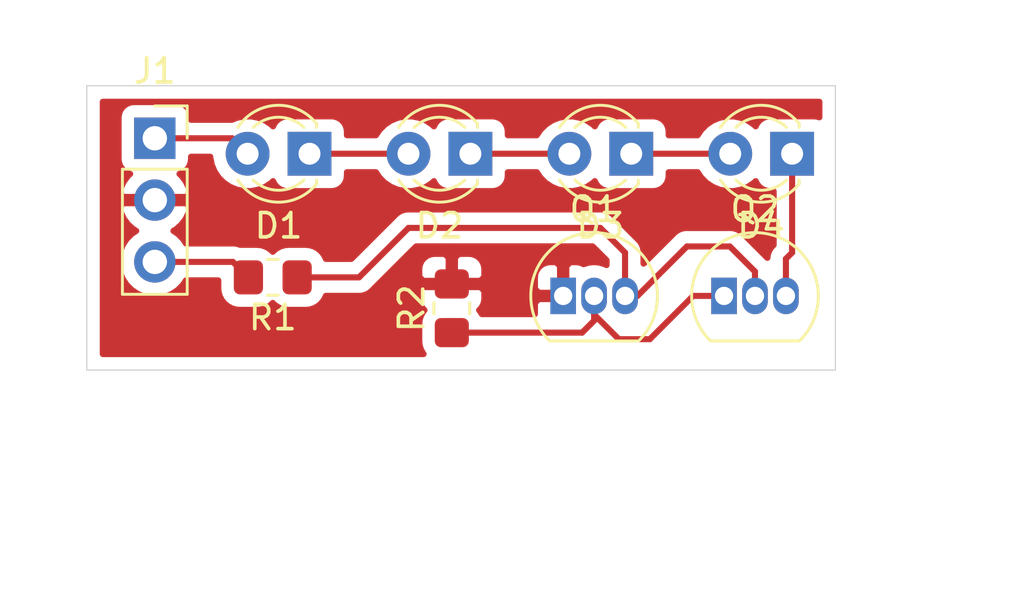
<source format=kicad_pcb>
(kicad_pcb (version 20171130) (host pcbnew 5.1.7-a382d34a8~87~ubuntu18.04.1)

  (general
    (thickness 1.6)
    (drawings 9)
    (tracks 29)
    (zones 0)
    (modules 9)
    (nets 10)
  )

  (page A4)
  (layers
    (0 F.Cu signal)
    (31 B.Cu signal)
    (32 B.Adhes user)
    (33 F.Adhes user)
    (34 B.Paste user)
    (35 F.Paste user)
    (36 B.SilkS user)
    (37 F.SilkS user)
    (38 B.Mask user)
    (39 F.Mask user)
    (40 Dwgs.User user)
    (41 Cmts.User user)
    (42 Eco1.User user)
    (43 Eco2.User user)
    (44 Edge.Cuts user)
    (45 Margin user)
    (46 B.CrtYd user)
    (47 F.CrtYd user)
    (48 B.Fab user)
    (49 F.Fab user)
  )

  (setup
    (last_trace_width 0.25)
    (trace_clearance 0.2)
    (zone_clearance 0.508)
    (zone_45_only no)
    (trace_min 0.2)
    (via_size 0.8)
    (via_drill 0.4)
    (via_min_size 0.4)
    (via_min_drill 0.3)
    (uvia_size 0.3)
    (uvia_drill 0.1)
    (uvias_allowed no)
    (uvia_min_size 0.2)
    (uvia_min_drill 0.1)
    (edge_width 0.05)
    (segment_width 0.2)
    (pcb_text_width 0.3)
    (pcb_text_size 1.5 1.5)
    (mod_edge_width 0.12)
    (mod_text_size 1 1)
    (mod_text_width 0.15)
    (pad_size 1.524 1.524)
    (pad_drill 0.762)
    (pad_to_mask_clearance 0)
    (aux_axis_origin 0 0)
    (visible_elements 7FFFFFFF)
    (pcbplotparams
      (layerselection 0x01000_7fffffff)
      (usegerberextensions false)
      (usegerberattributes true)
      (usegerberadvancedattributes true)
      (creategerberjobfile true)
      (excludeedgelayer false)
      (linewidth 0.100000)
      (plotframeref false)
      (viasonmask false)
      (mode 1)
      (useauxorigin false)
      (hpglpennumber 1)
      (hpglpenspeed 20)
      (hpglpendiameter 15.000000)
      (psnegative false)
      (psa4output false)
      (plotreference true)
      (plotvalue true)
      (plotinvisibletext false)
      (padsonsilk false)
      (subtractmaskfromsilk false)
      (outputformat 4)
      (mirror true)
      (drillshape 0)
      (scaleselection 1)
      (outputdirectory "./pdf/"))
  )

  (net 0 "")
  (net 1 VCC)
  (net 2 GND)
  (net 3 "Net-(J1-Pad3)")
  (net 4 "Net-(Q1-Pad3)")
  (net 5 "Net-(Q1-Pad2)")
  (net 6 "Net-(D1-Pad1)")
  (net 7 "Net-(D2-Pad1)")
  (net 8 "Net-(D3-Pad1)")
  (net 9 "Net-(D4-Pad1)")

  (net_class Default "This is the default net class."
    (clearance 0.2)
    (trace_width 0.25)
    (via_dia 0.8)
    (via_drill 0.4)
    (uvia_dia 0.3)
    (uvia_drill 0.1)
    (add_net GND)
    (add_net "Net-(D1-Pad1)")
    (add_net "Net-(D2-Pad1)")
    (add_net "Net-(D3-Pad1)")
    (add_net "Net-(D4-Pad1)")
    (add_net "Net-(J1-Pad3)")
    (add_net "Net-(Q1-Pad2)")
    (add_net "Net-(Q1-Pad3)")
    (add_net VCC)
  )

  (module LED_THT:LED_D3.0mm (layer F.Cu) (tedit 587A3A7B) (tstamp 5F767C9F)
    (at 24.13 18.288 180)
    (descr "LED, diameter 3.0mm, 2 pins")
    (tags "LED diameter 3.0mm 2 pins")
    (path /5F7635F1)
    (fp_text reference D1 (at 1.27 -2.96) (layer F.SilkS)
      (effects (font (size 1 1) (thickness 0.15)))
    )
    (fp_text value LED (at 1.27 2.96) (layer F.Fab)
      (effects (font (size 1 1) (thickness 0.15)))
    )
    (fp_line (start 3.7 -2.25) (end -1.15 -2.25) (layer F.CrtYd) (width 0.05))
    (fp_line (start 3.7 2.25) (end 3.7 -2.25) (layer F.CrtYd) (width 0.05))
    (fp_line (start -1.15 2.25) (end 3.7 2.25) (layer F.CrtYd) (width 0.05))
    (fp_line (start -1.15 -2.25) (end -1.15 2.25) (layer F.CrtYd) (width 0.05))
    (fp_line (start -0.29 1.08) (end -0.29 1.236) (layer F.SilkS) (width 0.12))
    (fp_line (start -0.29 -1.236) (end -0.29 -1.08) (layer F.SilkS) (width 0.12))
    (fp_line (start -0.23 -1.16619) (end -0.23 1.16619) (layer F.Fab) (width 0.1))
    (fp_circle (center 1.27 0) (end 2.77 0) (layer F.Fab) (width 0.1))
    (fp_arc (start 1.27 0) (end -0.23 -1.16619) (angle 284.3) (layer F.Fab) (width 0.1))
    (fp_arc (start 1.27 0) (end -0.29 -1.235516) (angle 108.8) (layer F.SilkS) (width 0.12))
    (fp_arc (start 1.27 0) (end -0.29 1.235516) (angle -108.8) (layer F.SilkS) (width 0.12))
    (fp_arc (start 1.27 0) (end 0.229039 -1.08) (angle 87.9) (layer F.SilkS) (width 0.12))
    (fp_arc (start 1.27 0) (end 0.229039 1.08) (angle -87.9) (layer F.SilkS) (width 0.12))
    (pad 1 thru_hole rect (at 0 0 180) (size 1.8 1.8) (drill 0.9) (layers *.Cu *.Mask)
      (net 6 "Net-(D1-Pad1)"))
    (pad 2 thru_hole circle (at 2.54 0 180) (size 1.8 1.8) (drill 0.9) (layers *.Cu *.Mask)
      (net 1 VCC))
    (model ${KISYS3DMOD}/LED_THT.3dshapes/LED_D3.0mm.wrl
      (at (xyz 0 0 0))
      (scale (xyz 1 1 1))
      (rotate (xyz 0 0 0))
    )
  )

  (module LED_THT:LED_D3.0mm (layer F.Cu) (tedit 587A3A7B) (tstamp 5F76844A)
    (at 30.734 18.288 180)
    (descr "LED, diameter 3.0mm, 2 pins")
    (tags "LED diameter 3.0mm 2 pins")
    (path /5F76433D)
    (fp_text reference D2 (at 1.27 -2.96) (layer F.SilkS)
      (effects (font (size 1 1) (thickness 0.15)))
    )
    (fp_text value LED (at 1.27 2.96) (layer F.Fab)
      (effects (font (size 1 1) (thickness 0.15)))
    )
    (fp_circle (center 1.27 0) (end 2.77 0) (layer F.Fab) (width 0.1))
    (fp_line (start -0.23 -1.16619) (end -0.23 1.16619) (layer F.Fab) (width 0.1))
    (fp_line (start -0.29 -1.236) (end -0.29 -1.08) (layer F.SilkS) (width 0.12))
    (fp_line (start -0.29 1.08) (end -0.29 1.236) (layer F.SilkS) (width 0.12))
    (fp_line (start -1.15 -2.25) (end -1.15 2.25) (layer F.CrtYd) (width 0.05))
    (fp_line (start -1.15 2.25) (end 3.7 2.25) (layer F.CrtYd) (width 0.05))
    (fp_line (start 3.7 2.25) (end 3.7 -2.25) (layer F.CrtYd) (width 0.05))
    (fp_line (start 3.7 -2.25) (end -1.15 -2.25) (layer F.CrtYd) (width 0.05))
    (fp_arc (start 1.27 0) (end 0.229039 1.08) (angle -87.9) (layer F.SilkS) (width 0.12))
    (fp_arc (start 1.27 0) (end 0.229039 -1.08) (angle 87.9) (layer F.SilkS) (width 0.12))
    (fp_arc (start 1.27 0) (end -0.29 1.235516) (angle -108.8) (layer F.SilkS) (width 0.12))
    (fp_arc (start 1.27 0) (end -0.29 -1.235516) (angle 108.8) (layer F.SilkS) (width 0.12))
    (fp_arc (start 1.27 0) (end -0.23 -1.16619) (angle 284.3) (layer F.Fab) (width 0.1))
    (pad 2 thru_hole circle (at 2.54 0 180) (size 1.8 1.8) (drill 0.9) (layers *.Cu *.Mask)
      (net 6 "Net-(D1-Pad1)"))
    (pad 1 thru_hole rect (at 0 0 180) (size 1.8 1.8) (drill 0.9) (layers *.Cu *.Mask)
      (net 7 "Net-(D2-Pad1)"))
    (model ${KISYS3DMOD}/LED_THT.3dshapes/LED_D3.0mm.wrl
      (at (xyz 0 0 0))
      (scale (xyz 1 1 1))
      (rotate (xyz 0 0 0))
    )
  )

  (module LED_THT:LED_D3.0mm (layer F.Cu) (tedit 587A3A7B) (tstamp 5F767CC5)
    (at 37.338 18.288 180)
    (descr "LED, diameter 3.0mm, 2 pins")
    (tags "LED diameter 3.0mm 2 pins")
    (path /5F7648BE)
    (fp_text reference D3 (at 1.27 -2.96) (layer F.SilkS)
      (effects (font (size 1 1) (thickness 0.15)))
    )
    (fp_text value LED (at 1.27 2.96) (layer F.Fab)
      (effects (font (size 1 1) (thickness 0.15)))
    )
    (fp_line (start 3.7 -2.25) (end -1.15 -2.25) (layer F.CrtYd) (width 0.05))
    (fp_line (start 3.7 2.25) (end 3.7 -2.25) (layer F.CrtYd) (width 0.05))
    (fp_line (start -1.15 2.25) (end 3.7 2.25) (layer F.CrtYd) (width 0.05))
    (fp_line (start -1.15 -2.25) (end -1.15 2.25) (layer F.CrtYd) (width 0.05))
    (fp_line (start -0.29 1.08) (end -0.29 1.236) (layer F.SilkS) (width 0.12))
    (fp_line (start -0.29 -1.236) (end -0.29 -1.08) (layer F.SilkS) (width 0.12))
    (fp_line (start -0.23 -1.16619) (end -0.23 1.16619) (layer F.Fab) (width 0.1))
    (fp_circle (center 1.27 0) (end 2.77 0) (layer F.Fab) (width 0.1))
    (fp_arc (start 1.27 0) (end -0.23 -1.16619) (angle 284.3) (layer F.Fab) (width 0.1))
    (fp_arc (start 1.27 0) (end -0.29 -1.235516) (angle 108.8) (layer F.SilkS) (width 0.12))
    (fp_arc (start 1.27 0) (end -0.29 1.235516) (angle -108.8) (layer F.SilkS) (width 0.12))
    (fp_arc (start 1.27 0) (end 0.229039 -1.08) (angle 87.9) (layer F.SilkS) (width 0.12))
    (fp_arc (start 1.27 0) (end 0.229039 1.08) (angle -87.9) (layer F.SilkS) (width 0.12))
    (pad 1 thru_hole rect (at 0 0 180) (size 1.8 1.8) (drill 0.9) (layers *.Cu *.Mask)
      (net 8 "Net-(D3-Pad1)"))
    (pad 2 thru_hole circle (at 2.54 0 180) (size 1.8 1.8) (drill 0.9) (layers *.Cu *.Mask)
      (net 7 "Net-(D2-Pad1)"))
    (model ${KISYS3DMOD}/LED_THT.3dshapes/LED_D3.0mm.wrl
      (at (xyz 0 0 0))
      (scale (xyz 1 1 1))
      (rotate (xyz 0 0 0))
    )
  )

  (module LED_THT:LED_D3.0mm (layer F.Cu) (tedit 587A3A7B) (tstamp 5F767CD8)
    (at 43.942 18.288 180)
    (descr "LED, diameter 3.0mm, 2 pins")
    (tags "LED diameter 3.0mm 2 pins")
    (path /5F764DB8)
    (fp_text reference D4 (at 1.27 -2.96) (layer F.SilkS)
      (effects (font (size 1 1) (thickness 0.15)))
    )
    (fp_text value LED (at 1.27 2.96) (layer F.Fab)
      (effects (font (size 1 1) (thickness 0.15)))
    )
    (fp_circle (center 1.27 0) (end 2.77 0) (layer F.Fab) (width 0.1))
    (fp_line (start -0.23 -1.16619) (end -0.23 1.16619) (layer F.Fab) (width 0.1))
    (fp_line (start -0.29 -1.236) (end -0.29 -1.08) (layer F.SilkS) (width 0.12))
    (fp_line (start -0.29 1.08) (end -0.29 1.236) (layer F.SilkS) (width 0.12))
    (fp_line (start -1.15 -2.25) (end -1.15 2.25) (layer F.CrtYd) (width 0.05))
    (fp_line (start -1.15 2.25) (end 3.7 2.25) (layer F.CrtYd) (width 0.05))
    (fp_line (start 3.7 2.25) (end 3.7 -2.25) (layer F.CrtYd) (width 0.05))
    (fp_line (start 3.7 -2.25) (end -1.15 -2.25) (layer F.CrtYd) (width 0.05))
    (fp_arc (start 1.27 0) (end 0.229039 1.08) (angle -87.9) (layer F.SilkS) (width 0.12))
    (fp_arc (start 1.27 0) (end 0.229039 -1.08) (angle 87.9) (layer F.SilkS) (width 0.12))
    (fp_arc (start 1.27 0) (end -0.29 1.235516) (angle -108.8) (layer F.SilkS) (width 0.12))
    (fp_arc (start 1.27 0) (end -0.29 -1.235516) (angle 108.8) (layer F.SilkS) (width 0.12))
    (fp_arc (start 1.27 0) (end -0.23 -1.16619) (angle 284.3) (layer F.Fab) (width 0.1))
    (pad 2 thru_hole circle (at 2.54 0 180) (size 1.8 1.8) (drill 0.9) (layers *.Cu *.Mask)
      (net 8 "Net-(D3-Pad1)"))
    (pad 1 thru_hole rect (at 0 0 180) (size 1.8 1.8) (drill 0.9) (layers *.Cu *.Mask)
      (net 9 "Net-(D4-Pad1)"))
    (model ${KISYS3DMOD}/LED_THT.3dshapes/LED_D3.0mm.wrl
      (at (xyz 0 0 0))
      (scale (xyz 1 1 1))
      (rotate (xyz 0 0 0))
    )
  )

  (module Connector_PinSocket_2.54mm:PinSocket_1x03_P2.54mm_Vertical (layer F.Cu) (tedit 5A19A429) (tstamp 5F767CEF)
    (at 17.78 17.653)
    (descr "Through hole straight socket strip, 1x03, 2.54mm pitch, single row (from Kicad 4.0.7), script generated")
    (tags "Through hole socket strip THT 1x03 2.54mm single row")
    (path /5F761CAA)
    (fp_text reference J1 (at 0 -2.77) (layer F.SilkS)
      (effects (font (size 1 1) (thickness 0.15)))
    )
    (fp_text value Conn_01x03 (at 0 7.85) (layer F.Fab)
      (effects (font (size 1 1) (thickness 0.15)))
    )
    (fp_line (start -1.8 6.85) (end -1.8 -1.8) (layer F.CrtYd) (width 0.05))
    (fp_line (start 1.75 6.85) (end -1.8 6.85) (layer F.CrtYd) (width 0.05))
    (fp_line (start 1.75 -1.8) (end 1.75 6.85) (layer F.CrtYd) (width 0.05))
    (fp_line (start -1.8 -1.8) (end 1.75 -1.8) (layer F.CrtYd) (width 0.05))
    (fp_line (start 0 -1.33) (end 1.33 -1.33) (layer F.SilkS) (width 0.12))
    (fp_line (start 1.33 -1.33) (end 1.33 0) (layer F.SilkS) (width 0.12))
    (fp_line (start 1.33 1.27) (end 1.33 6.41) (layer F.SilkS) (width 0.12))
    (fp_line (start -1.33 6.41) (end 1.33 6.41) (layer F.SilkS) (width 0.12))
    (fp_line (start -1.33 1.27) (end -1.33 6.41) (layer F.SilkS) (width 0.12))
    (fp_line (start -1.33 1.27) (end 1.33 1.27) (layer F.SilkS) (width 0.12))
    (fp_line (start -1.27 6.35) (end -1.27 -1.27) (layer F.Fab) (width 0.1))
    (fp_line (start 1.27 6.35) (end -1.27 6.35) (layer F.Fab) (width 0.1))
    (fp_line (start 1.27 -0.635) (end 1.27 6.35) (layer F.Fab) (width 0.1))
    (fp_line (start 0.635 -1.27) (end 1.27 -0.635) (layer F.Fab) (width 0.1))
    (fp_line (start -1.27 -1.27) (end 0.635 -1.27) (layer F.Fab) (width 0.1))
    (fp_text user %R (at 0 2.54 90) (layer F.Fab)
      (effects (font (size 1 1) (thickness 0.15)))
    )
    (pad 1 thru_hole rect (at 0 0) (size 1.7 1.7) (drill 1) (layers *.Cu *.Mask)
      (net 1 VCC))
    (pad 2 thru_hole oval (at 0 2.54) (size 1.7 1.7) (drill 1) (layers *.Cu *.Mask)
      (net 2 GND))
    (pad 3 thru_hole oval (at 0 5.08) (size 1.7 1.7) (drill 1) (layers *.Cu *.Mask)
      (net 3 "Net-(J1-Pad3)"))
    (model ${KISYS3DMOD}/Connector_PinSocket_2.54mm.3dshapes/PinSocket_1x03_P2.54mm_Vertical.wrl
      (at (xyz 0 0 0))
      (scale (xyz 1 1 1))
      (rotate (xyz 0 0 0))
    )
  )

  (module Package_TO_SOT_THT:TO-92_Inline (layer F.Cu) (tedit 5A1DD157) (tstamp 5F794D3C)
    (at 34.544 24.13)
    (descr "TO-92 leads in-line, narrow, oval pads, drill 0.75mm (see NXP sot054_po.pdf)")
    (tags "to-92 sc-43 sc-43a sot54 PA33 transistor")
    (path /5F766A6B)
    (fp_text reference Q1 (at 1.27 -3.56) (layer F.SilkS)
      (effects (font (size 1 1) (thickness 0.15)))
    )
    (fp_text value 2N3904 (at 1.27 2.79) (layer F.Fab)
      (effects (font (size 1 1) (thickness 0.15)))
    )
    (fp_line (start -0.53 1.85) (end 3.07 1.85) (layer F.SilkS) (width 0.12))
    (fp_line (start -0.5 1.75) (end 3 1.75) (layer F.Fab) (width 0.1))
    (fp_line (start -1.46 -2.73) (end 4 -2.73) (layer F.CrtYd) (width 0.05))
    (fp_line (start -1.46 -2.73) (end -1.46 2.01) (layer F.CrtYd) (width 0.05))
    (fp_line (start 4 2.01) (end 4 -2.73) (layer F.CrtYd) (width 0.05))
    (fp_line (start 4 2.01) (end -1.46 2.01) (layer F.CrtYd) (width 0.05))
    (fp_arc (start 1.27 0) (end 1.27 -2.6) (angle 135) (layer F.SilkS) (width 0.12))
    (fp_arc (start 1.27 0) (end 1.27 -2.48) (angle -135) (layer F.Fab) (width 0.1))
    (fp_arc (start 1.27 0) (end 1.27 -2.6) (angle -135) (layer F.SilkS) (width 0.12))
    (fp_arc (start 1.27 0) (end 1.27 -2.48) (angle 135) (layer F.Fab) (width 0.1))
    (fp_text user %R (at 1.27 0) (layer F.Fab)
      (effects (font (size 1 1) (thickness 0.15)))
    )
    (pad 1 thru_hole rect (at 0 0) (size 1.05 1.5) (drill 0.75) (layers *.Cu *.Mask)
      (net 2 GND))
    (pad 3 thru_hole oval (at 2.54 0) (size 1.05 1.5) (drill 0.75) (layers *.Cu *.Mask)
      (net 4 "Net-(Q1-Pad3)"))
    (pad 2 thru_hole oval (at 1.27 0) (size 1.05 1.5) (drill 0.75) (layers *.Cu *.Mask)
      (net 5 "Net-(Q1-Pad2)"))
    (model ${KISYS3DMOD}/Package_TO_SOT_THT.3dshapes/TO-92_Inline.wrl
      (at (xyz 0 0 0))
      (scale (xyz 1 1 1))
      (rotate (xyz 0 0 0))
    )
  )

  (module Package_TO_SOT_THT:TO-92_Inline (layer F.Cu) (tedit 5A1DD157) (tstamp 5F767D13)
    (at 41.148 24.13)
    (descr "TO-92 leads in-line, narrow, oval pads, drill 0.75mm (see NXP sot054_po.pdf)")
    (tags "to-92 sc-43 sc-43a sot54 PA33 transistor")
    (path /5F7654EB)
    (fp_text reference Q2 (at 1.27 -3.56) (layer F.SilkS)
      (effects (font (size 1 1) (thickness 0.15)))
    )
    (fp_text value 2N3904 (at 1.27 2.79) (layer F.Fab)
      (effects (font (size 1 1) (thickness 0.15)))
    )
    (fp_line (start 4 2.01) (end -1.46 2.01) (layer F.CrtYd) (width 0.05))
    (fp_line (start 4 2.01) (end 4 -2.73) (layer F.CrtYd) (width 0.05))
    (fp_line (start -1.46 -2.73) (end -1.46 2.01) (layer F.CrtYd) (width 0.05))
    (fp_line (start -1.46 -2.73) (end 4 -2.73) (layer F.CrtYd) (width 0.05))
    (fp_line (start -0.5 1.75) (end 3 1.75) (layer F.Fab) (width 0.1))
    (fp_line (start -0.53 1.85) (end 3.07 1.85) (layer F.SilkS) (width 0.12))
    (fp_text user %R (at 1.27 0) (layer F.Fab)
      (effects (font (size 1 1) (thickness 0.15)))
    )
    (fp_arc (start 1.27 0) (end 1.27 -2.48) (angle 135) (layer F.Fab) (width 0.1))
    (fp_arc (start 1.27 0) (end 1.27 -2.6) (angle -135) (layer F.SilkS) (width 0.12))
    (fp_arc (start 1.27 0) (end 1.27 -2.48) (angle -135) (layer F.Fab) (width 0.1))
    (fp_arc (start 1.27 0) (end 1.27 -2.6) (angle 135) (layer F.SilkS) (width 0.12))
    (pad 2 thru_hole oval (at 1.27 0) (size 1.05 1.5) (drill 0.75) (layers *.Cu *.Mask)
      (net 4 "Net-(Q1-Pad3)"))
    (pad 3 thru_hole oval (at 2.54 0) (size 1.05 1.5) (drill 0.75) (layers *.Cu *.Mask)
      (net 9 "Net-(D4-Pad1)"))
    (pad 1 thru_hole rect (at 0 0) (size 1.05 1.5) (drill 0.75) (layers *.Cu *.Mask)
      (net 5 "Net-(Q1-Pad2)"))
    (model ${KISYS3DMOD}/Package_TO_SOT_THT.3dshapes/TO-92_Inline.wrl
      (at (xyz 0 0 0))
      (scale (xyz 1 1 1))
      (rotate (xyz 0 0 0))
    )
  )

  (module Resistor_SMD:R_0805_2012Metric_Pad1.20x1.40mm_HandSolder (layer F.Cu) (tedit 5F68FEEE) (tstamp 5F768BDD)
    (at 22.622 23.368 180)
    (descr "Resistor SMD 0805 (2012 Metric), square (rectangular) end terminal, IPC_7351 nominal with elongated pad for handsoldering. (Body size source: IPC-SM-782 page 72, https://www.pcb-3d.com/wordpress/wp-content/uploads/ipc-sm-782a_amendment_1_and_2.pdf), generated with kicad-footprint-generator")
    (tags "resistor handsolder")
    (path /5F76800C)
    (attr smd)
    (fp_text reference R1 (at 0 -1.65) (layer F.SilkS)
      (effects (font (size 1 1) (thickness 0.15)))
    )
    (fp_text value R (at 0 1.65) (layer F.Fab)
      (effects (font (size 1 1) (thickness 0.15)))
    )
    (fp_line (start -1 0.625) (end -1 -0.625) (layer F.Fab) (width 0.1))
    (fp_line (start -1 -0.625) (end 1 -0.625) (layer F.Fab) (width 0.1))
    (fp_line (start 1 -0.625) (end 1 0.625) (layer F.Fab) (width 0.1))
    (fp_line (start 1 0.625) (end -1 0.625) (layer F.Fab) (width 0.1))
    (fp_line (start -0.227064 -0.735) (end 0.227064 -0.735) (layer F.SilkS) (width 0.12))
    (fp_line (start -0.227064 0.735) (end 0.227064 0.735) (layer F.SilkS) (width 0.12))
    (fp_line (start -1.85 0.95) (end -1.85 -0.95) (layer F.CrtYd) (width 0.05))
    (fp_line (start -1.85 -0.95) (end 1.85 -0.95) (layer F.CrtYd) (width 0.05))
    (fp_line (start 1.85 -0.95) (end 1.85 0.95) (layer F.CrtYd) (width 0.05))
    (fp_line (start 1.85 0.95) (end -1.85 0.95) (layer F.CrtYd) (width 0.05))
    (fp_text user %R (at 0 0) (layer F.Fab)
      (effects (font (size 0.5 0.5) (thickness 0.08)))
    )
    (pad 2 smd roundrect (at 1 0 180) (size 1.2 1.4) (layers F.Cu F.Paste F.Mask) (roundrect_rratio 0.2083325)
      (net 3 "Net-(J1-Pad3)"))
    (pad 1 smd roundrect (at -1 0 180) (size 1.2 1.4) (layers F.Cu F.Paste F.Mask) (roundrect_rratio 0.2083325)
      (net 4 "Net-(Q1-Pad3)"))
    (model ${KISYS3DMOD}/Resistor_SMD.3dshapes/R_0805_2012Metric.wrl
      (at (xyz 0 0 0))
      (scale (xyz 1 1 1))
      (rotate (xyz 0 0 0))
    )
  )

  (module Resistor_SMD:R_0805_2012Metric_Pad1.20x1.40mm_HandSolder (layer F.Cu) (tedit 5F68FEEE) (tstamp 5F768BED)
    (at 29.972 24.638 90)
    (descr "Resistor SMD 0805 (2012 Metric), square (rectangular) end terminal, IPC_7351 nominal with elongated pad for handsoldering. (Body size source: IPC-SM-782 page 72, https://www.pcb-3d.com/wordpress/wp-content/uploads/ipc-sm-782a_amendment_1_and_2.pdf), generated with kicad-footprint-generator")
    (tags "resistor handsolder")
    (path /5F7675C9)
    (attr smd)
    (fp_text reference R2 (at 0 -1.65 90) (layer F.SilkS)
      (effects (font (size 1 1) (thickness 0.15)))
    )
    (fp_text value R (at 0 1.65 90) (layer F.Fab)
      (effects (font (size 1 1) (thickness 0.15)))
    )
    (fp_line (start 1.85 0.95) (end -1.85 0.95) (layer F.CrtYd) (width 0.05))
    (fp_line (start 1.85 -0.95) (end 1.85 0.95) (layer F.CrtYd) (width 0.05))
    (fp_line (start -1.85 -0.95) (end 1.85 -0.95) (layer F.CrtYd) (width 0.05))
    (fp_line (start -1.85 0.95) (end -1.85 -0.95) (layer F.CrtYd) (width 0.05))
    (fp_line (start -0.227064 0.735) (end 0.227064 0.735) (layer F.SilkS) (width 0.12))
    (fp_line (start -0.227064 -0.735) (end 0.227064 -0.735) (layer F.SilkS) (width 0.12))
    (fp_line (start 1 0.625) (end -1 0.625) (layer F.Fab) (width 0.1))
    (fp_line (start 1 -0.625) (end 1 0.625) (layer F.Fab) (width 0.1))
    (fp_line (start -1 -0.625) (end 1 -0.625) (layer F.Fab) (width 0.1))
    (fp_line (start -1 0.625) (end -1 -0.625) (layer F.Fab) (width 0.1))
    (fp_text user %R (at 0 0 90) (layer F.Fab)
      (effects (font (size 0.5 0.5) (thickness 0.08)))
    )
    (pad 1 smd roundrect (at -1 0 90) (size 1.2 1.4) (layers F.Cu F.Paste F.Mask) (roundrect_rratio 0.2083325)
      (net 5 "Net-(Q1-Pad2)"))
    (pad 2 smd roundrect (at 1 0 90) (size 1.2 1.4) (layers F.Cu F.Paste F.Mask) (roundrect_rratio 0.2083325)
      (net 2 GND))
    (model ${KISYS3DMOD}/Resistor_SMD.3dshapes/R_0805_2012Metric.wrl
      (at (xyz 0 0 0))
      (scale (xyz 1 1 1))
      (rotate (xyz 0 0 0))
    )
  )

  (dimension 11.684 (width 0.15) (layer Dwgs.User)
    (gr_text "11.684 mm" (at 52.1 21.336 270) (layer Dwgs.User) (tstamp 5F7955A7)
      (effects (font (size 1 1) (thickness 0.15)))
    )
    (feature1 (pts (xy 45.72 27.178) (xy 51.386421 27.178)))
    (feature2 (pts (xy 45.72 15.494) (xy 51.386421 15.494)))
    (crossbar (pts (xy 50.8 15.494) (xy 50.8 27.178)))
    (arrow1a (pts (xy 50.8 27.178) (xy 50.213579 26.051496)))
    (arrow1b (pts (xy 50.8 27.178) (xy 51.386421 26.051496)))
    (arrow2a (pts (xy 50.8 15.494) (xy 50.213579 16.620504)))
    (arrow2b (pts (xy 50.8 15.494) (xy 51.386421 16.620504)))
  )
  (dimension 30.734 (width 0.15) (layer Dwgs.User)
    (gr_text "30.734 mm" (at 30.353 12.67) (layer Dwgs.User) (tstamp 5F795352)
      (effects (font (size 1 1) (thickness 0.15)))
    )
    (feature1 (pts (xy 45.72 18.034) (xy 45.72 13.383579)))
    (feature2 (pts (xy 14.986 18.034) (xy 14.986 13.383579)))
    (crossbar (pts (xy 14.986 13.97) (xy 45.72 13.97)))
    (arrow1a (pts (xy 45.72 13.97) (xy 44.593496 14.556421)))
    (arrow1b (pts (xy 45.72 13.97) (xy 44.593496 13.383579)))
    (arrow2a (pts (xy 14.986 13.97) (xy 16.112504 14.556421)))
    (arrow2b (pts (xy 14.986 13.97) (xy 16.112504 13.383579)))
  )
  (dimension 0.508 (width 0.15) (layer Dwgs.User)
    (gr_text "0.508 mm" (at 15.24 36.86) (layer Dwgs.User)
      (effects (font (size 1 1) (thickness 0.15)))
    )
    (feature1 (pts (xy 15.494 15.748) (xy 15.494 36.146421)))
    (feature2 (pts (xy 14.986 15.748) (xy 14.986 36.146421)))
    (crossbar (pts (xy 14.986 35.56) (xy 15.494 35.56)))
    (arrow1a (pts (xy 15.494 35.56) (xy 14.367496 36.146421)))
    (arrow1b (pts (xy 15.494 35.56) (xy 14.367496 34.973579)))
    (arrow2a (pts (xy 14.986 35.56) (xy 16.112504 36.146421)))
    (arrow2b (pts (xy 14.986 35.56) (xy 16.112504 34.973579)))
  )
  (gr_line (start 14.986 15.494) (end 15.24 15.494) (layer Edge.Cuts) (width 0.05) (tstamp 5F768DCC))
  (gr_line (start 14.986 27.178) (end 14.986 15.494) (layer Edge.Cuts) (width 0.05))
  (gr_line (start 45.72 27.178) (end 14.986 27.178) (layer Edge.Cuts) (width 0.05))
  (gr_line (start 45.72 15.494) (end 45.72 27.178) (layer Edge.Cuts) (width 0.05))
  (gr_line (start 45.212 15.494) (end 45.72 15.494) (layer Edge.Cuts) (width 0.05))
  (gr_line (start 15.24 15.494) (end 45.212 15.494) (layer Edge.Cuts) (width 0.05))

  (segment (start 20.955 17.653) (end 21.59 18.288) (width 0.25) (layer F.Cu) (net 1))
  (segment (start 17.78 17.653) (end 20.955 17.653) (width 0.25) (layer F.Cu) (net 1))
  (segment (start 20.987 22.733) (end 21.622 23.368) (width 0.25) (layer F.Cu) (net 3))
  (segment (start 17.78 22.733) (end 20.987 22.733) (width 0.25) (layer F.Cu) (net 3))
  (segment (start 37.084 24.13) (end 37.592 24.13) (width 0.25) (layer F.Cu) (net 4))
  (segment (start 37.592 24.13) (end 39.624 22.098) (width 0.25) (layer F.Cu) (net 4))
  (segment (start 42.418 23.13) (end 42.418 24.13) (width 0.25) (layer F.Cu) (net 4))
  (segment (start 41.386 22.098) (end 42.418 23.13) (width 0.25) (layer F.Cu) (net 4))
  (segment (start 39.624 22.098) (end 41.386 22.098) (width 0.25) (layer F.Cu) (net 4))
  (segment (start 23.622 23.368) (end 26.162 23.368) (width 0.25) (layer F.Cu) (net 4))
  (segment (start 26.162 23.368) (end 28.194 21.336) (width 0.25) (layer F.Cu) (net 4))
  (segment (start 28.194 21.336) (end 36.068 21.336) (width 0.25) (layer F.Cu) (net 4))
  (segment (start 37.084 22.352) (end 37.084 24.13) (width 0.25) (layer F.Cu) (net 4))
  (segment (start 36.068 21.336) (end 37.084 22.352) (width 0.25) (layer F.Cu) (net 4))
  (segment (start 29.972 25.638) (end 35.322 25.638) (width 0.25) (layer F.Cu) (net 5))
  (segment (start 35.322 25.638) (end 35.814 25.146) (width 0.25) (layer F.Cu) (net 5))
  (segment (start 41.148 24.13) (end 39.878 24.13) (width 0.25) (layer F.Cu) (net 5))
  (segment (start 39.878 24.13) (end 38.1 25.908) (width 0.25) (layer F.Cu) (net 5))
  (segment (start 36.83 25.908) (end 35.814 24.892) (width 0.25) (layer F.Cu) (net 5))
  (segment (start 38.1 25.908) (end 36.83 25.908) (width 0.25) (layer F.Cu) (net 5))
  (segment (start 35.814 25.146) (end 35.814 24.892) (width 0.25) (layer F.Cu) (net 5))
  (segment (start 35.814 24.892) (end 35.814 24.13) (width 0.25) (layer F.Cu) (net 5))
  (segment (start 24.13 18.288) (end 28.194 18.288) (width 0.25) (layer F.Cu) (net 6))
  (segment (start 30.734 18.288) (end 34.798 18.288) (width 0.25) (layer F.Cu) (net 7))
  (segment (start 37.338 18.288) (end 41.402 18.288) (width 0.25) (layer F.Cu) (net 8))
  (segment (start 43.942 23.876) (end 43.688 24.13) (width 0.25) (layer F.Cu) (net 9))
  (segment (start 43.688 22.606) (end 43.688 24.13) (width 0.25) (layer F.Cu) (net 9))
  (segment (start 43.942 18.288) (end 43.942 22.352) (width 0.25) (layer F.Cu) (net 9))
  (segment (start 43.942 22.352) (end 43.688 22.606) (width 0.25) (layer F.Cu) (net 9))

  (zone (net 2) (net_name GND) (layer F.Cu) (tstamp 5F79581B) (hatch edge 0.508)
    (connect_pads (clearance 0.508))
    (min_thickness 0.254)
    (fill yes (arc_segments 32) (thermal_gap 0.508) (thermal_bridge_width 0.508))
    (polygon
      (pts
        (xy 46.99 29.972) (xy 13.716 29.718) (xy 13.716 14.478) (xy 46.99 14.478)
      )
    )
    (filled_polygon
      (pts
        (xy 45.06 16.790556) (xy 44.966482 16.762188) (xy 44.842 16.749928) (xy 43.042 16.749928) (xy 42.917518 16.762188)
        (xy 42.79782 16.798498) (xy 42.687506 16.857463) (xy 42.590815 16.936815) (xy 42.511463 17.033506) (xy 42.452498 17.14382)
        (xy 42.446944 17.162127) (xy 42.380505 17.095688) (xy 42.129095 16.927701) (xy 41.849743 16.811989) (xy 41.553184 16.753)
        (xy 41.250816 16.753) (xy 40.954257 16.811989) (xy 40.674905 16.927701) (xy 40.423495 17.095688) (xy 40.209688 17.309495)
        (xy 40.063687 17.528) (xy 38.876072 17.528) (xy 38.876072 17.388) (xy 38.863812 17.263518) (xy 38.827502 17.14382)
        (xy 38.768537 17.033506) (xy 38.689185 16.936815) (xy 38.592494 16.857463) (xy 38.48218 16.798498) (xy 38.362482 16.762188)
        (xy 38.238 16.749928) (xy 36.438 16.749928) (xy 36.313518 16.762188) (xy 36.19382 16.798498) (xy 36.083506 16.857463)
        (xy 35.986815 16.936815) (xy 35.907463 17.033506) (xy 35.848498 17.14382) (xy 35.842944 17.162127) (xy 35.776505 17.095688)
        (xy 35.525095 16.927701) (xy 35.245743 16.811989) (xy 34.949184 16.753) (xy 34.646816 16.753) (xy 34.350257 16.811989)
        (xy 34.070905 16.927701) (xy 33.819495 17.095688) (xy 33.605688 17.309495) (xy 33.459687 17.528) (xy 32.272072 17.528)
        (xy 32.272072 17.388) (xy 32.259812 17.263518) (xy 32.223502 17.14382) (xy 32.164537 17.033506) (xy 32.085185 16.936815)
        (xy 31.988494 16.857463) (xy 31.87818 16.798498) (xy 31.758482 16.762188) (xy 31.634 16.749928) (xy 29.834 16.749928)
        (xy 29.709518 16.762188) (xy 29.58982 16.798498) (xy 29.479506 16.857463) (xy 29.382815 16.936815) (xy 29.303463 17.033506)
        (xy 29.244498 17.14382) (xy 29.238944 17.162127) (xy 29.172505 17.095688) (xy 28.921095 16.927701) (xy 28.641743 16.811989)
        (xy 28.345184 16.753) (xy 28.042816 16.753) (xy 27.746257 16.811989) (xy 27.466905 16.927701) (xy 27.215495 17.095688)
        (xy 27.001688 17.309495) (xy 26.855687 17.528) (xy 25.668072 17.528) (xy 25.668072 17.388) (xy 25.655812 17.263518)
        (xy 25.619502 17.14382) (xy 25.560537 17.033506) (xy 25.481185 16.936815) (xy 25.384494 16.857463) (xy 25.27418 16.798498)
        (xy 25.154482 16.762188) (xy 25.03 16.749928) (xy 23.23 16.749928) (xy 23.105518 16.762188) (xy 22.98582 16.798498)
        (xy 22.875506 16.857463) (xy 22.778815 16.936815) (xy 22.699463 17.033506) (xy 22.640498 17.14382) (xy 22.634944 17.162127)
        (xy 22.568505 17.095688) (xy 22.317095 16.927701) (xy 22.037743 16.811989) (xy 21.741184 16.753) (xy 21.438816 16.753)
        (xy 21.142257 16.811989) (xy 20.955448 16.889368) (xy 20.955 16.889324) (xy 20.917678 16.893) (xy 19.268072 16.893)
        (xy 19.268072 16.803) (xy 19.255812 16.678518) (xy 19.219502 16.55882) (xy 19.160537 16.448506) (xy 19.081185 16.351815)
        (xy 18.984494 16.272463) (xy 18.87418 16.213498) (xy 18.754482 16.177188) (xy 18.63 16.164928) (xy 16.93 16.164928)
        (xy 16.805518 16.177188) (xy 16.68582 16.213498) (xy 16.575506 16.272463) (xy 16.478815 16.351815) (xy 16.399463 16.448506)
        (xy 16.340498 16.55882) (xy 16.304188 16.678518) (xy 16.291928 16.803) (xy 16.291928 18.503) (xy 16.304188 18.627482)
        (xy 16.340498 18.74718) (xy 16.399463 18.857494) (xy 16.478815 18.954185) (xy 16.575506 19.033537) (xy 16.68582 19.092502)
        (xy 16.766466 19.116966) (xy 16.682412 19.192731) (xy 16.508359 19.42608) (xy 16.383175 19.688901) (xy 16.338524 19.83611)
        (xy 16.459845 20.066) (xy 17.653 20.066) (xy 17.653 20.046) (xy 17.907 20.046) (xy 17.907 20.066)
        (xy 19.100155 20.066) (xy 19.221476 19.83611) (xy 19.176825 19.688901) (xy 19.051641 19.42608) (xy 18.877588 19.192731)
        (xy 18.793534 19.116966) (xy 18.87418 19.092502) (xy 18.984494 19.033537) (xy 19.081185 18.954185) (xy 19.160537 18.857494)
        (xy 19.219502 18.74718) (xy 19.255812 18.627482) (xy 19.268072 18.503) (xy 19.268072 18.413) (xy 20.055 18.413)
        (xy 20.055 18.439184) (xy 20.113989 18.735743) (xy 20.229701 19.015095) (xy 20.397688 19.266505) (xy 20.611495 19.480312)
        (xy 20.862905 19.648299) (xy 21.142257 19.764011) (xy 21.438816 19.823) (xy 21.741184 19.823) (xy 22.037743 19.764011)
        (xy 22.317095 19.648299) (xy 22.568505 19.480312) (xy 22.634944 19.413873) (xy 22.640498 19.43218) (xy 22.699463 19.542494)
        (xy 22.778815 19.639185) (xy 22.875506 19.718537) (xy 22.98582 19.777502) (xy 23.105518 19.813812) (xy 23.23 19.826072)
        (xy 25.03 19.826072) (xy 25.154482 19.813812) (xy 25.27418 19.777502) (xy 25.384494 19.718537) (xy 25.481185 19.639185)
        (xy 25.560537 19.542494) (xy 25.619502 19.43218) (xy 25.655812 19.312482) (xy 25.668072 19.188) (xy 25.668072 19.048)
        (xy 26.855687 19.048) (xy 27.001688 19.266505) (xy 27.215495 19.480312) (xy 27.466905 19.648299) (xy 27.746257 19.764011)
        (xy 28.042816 19.823) (xy 28.345184 19.823) (xy 28.641743 19.764011) (xy 28.921095 19.648299) (xy 29.172505 19.480312)
        (xy 29.238944 19.413873) (xy 29.244498 19.43218) (xy 29.303463 19.542494) (xy 29.382815 19.639185) (xy 29.479506 19.718537)
        (xy 29.58982 19.777502) (xy 29.709518 19.813812) (xy 29.834 19.826072) (xy 31.634 19.826072) (xy 31.758482 19.813812)
        (xy 31.87818 19.777502) (xy 31.988494 19.718537) (xy 32.085185 19.639185) (xy 32.164537 19.542494) (xy 32.223502 19.43218)
        (xy 32.259812 19.312482) (xy 32.272072 19.188) (xy 32.272072 19.048) (xy 33.459687 19.048) (xy 33.605688 19.266505)
        (xy 33.819495 19.480312) (xy 34.070905 19.648299) (xy 34.350257 19.764011) (xy 34.646816 19.823) (xy 34.949184 19.823)
        (xy 35.245743 19.764011) (xy 35.525095 19.648299) (xy 35.776505 19.480312) (xy 35.842944 19.413873) (xy 35.848498 19.43218)
        (xy 35.907463 19.542494) (xy 35.986815 19.639185) (xy 36.083506 19.718537) (xy 36.19382 19.777502) (xy 36.313518 19.813812)
        (xy 36.438 19.826072) (xy 38.238 19.826072) (xy 38.362482 19.813812) (xy 38.48218 19.777502) (xy 38.592494 19.718537)
        (xy 38.689185 19.639185) (xy 38.768537 19.542494) (xy 38.827502 19.43218) (xy 38.863812 19.312482) (xy 38.876072 19.188)
        (xy 38.876072 19.048) (xy 40.063687 19.048) (xy 40.209688 19.266505) (xy 40.423495 19.480312) (xy 40.674905 19.648299)
        (xy 40.954257 19.764011) (xy 41.250816 19.823) (xy 41.553184 19.823) (xy 41.849743 19.764011) (xy 42.129095 19.648299)
        (xy 42.380505 19.480312) (xy 42.446944 19.413873) (xy 42.452498 19.43218) (xy 42.511463 19.542494) (xy 42.590815 19.639185)
        (xy 42.687506 19.718537) (xy 42.79782 19.777502) (xy 42.917518 19.813812) (xy 43.042 19.826072) (xy 43.182 19.826072)
        (xy 43.182001 22.037198) (xy 43.177003 22.042196) (xy 43.147999 22.065999) (xy 43.092871 22.133174) (xy 43.053026 22.181724)
        (xy 42.995131 22.290038) (xy 42.982454 22.313754) (xy 42.938997 22.457015) (xy 42.928311 22.565508) (xy 41.949803 21.587002)
        (xy 41.926001 21.557999) (xy 41.810276 21.463026) (xy 41.678247 21.392454) (xy 41.534986 21.348997) (xy 41.423333 21.338)
        (xy 41.423322 21.338) (xy 41.386 21.334324) (xy 41.348678 21.338) (xy 39.661323 21.338) (xy 39.624 21.334324)
        (xy 39.586677 21.338) (xy 39.586667 21.338) (xy 39.475014 21.348997) (xy 39.331753 21.392454) (xy 39.199723 21.463026)
        (xy 39.116083 21.531668) (xy 39.083999 21.557999) (xy 39.060201 21.586997) (xy 37.844 22.803199) (xy 37.844 22.389322)
        (xy 37.847676 22.352) (xy 37.844 22.314677) (xy 37.844 22.314667) (xy 37.833003 22.203014) (xy 37.789546 22.059753)
        (xy 37.74121 21.969324) (xy 37.718974 21.927723) (xy 37.647799 21.840997) (xy 37.624001 21.811999) (xy 37.595003 21.788201)
        (xy 36.631804 20.825002) (xy 36.608001 20.795999) (xy 36.492276 20.701026) (xy 36.360247 20.630454) (xy 36.216986 20.586997)
        (xy 36.105333 20.576) (xy 36.105322 20.576) (xy 36.068 20.572324) (xy 36.030678 20.576) (xy 28.231323 20.576)
        (xy 28.194 20.572324) (xy 28.156677 20.576) (xy 28.156667 20.576) (xy 28.045014 20.586997) (xy 27.901753 20.630454)
        (xy 27.769723 20.701026) (xy 27.686083 20.769668) (xy 27.653999 20.795999) (xy 27.630201 20.824997) (xy 25.847199 22.608)
        (xy 24.801527 22.608) (xy 24.792472 22.578149) (xy 24.710405 22.424613) (xy 24.599962 22.290038) (xy 24.465387 22.179595)
        (xy 24.311851 22.097528) (xy 24.145255 22.046992) (xy 23.972001 22.029928) (xy 23.271999 22.029928) (xy 23.098745 22.046992)
        (xy 22.932149 22.097528) (xy 22.778613 22.179595) (xy 22.644038 22.290038) (xy 22.622 22.316891) (xy 22.599962 22.290038)
        (xy 22.465387 22.179595) (xy 22.311851 22.097528) (xy 22.145255 22.046992) (xy 21.972001 22.029928) (xy 21.283875 22.029928)
        (xy 21.279247 22.027454) (xy 21.135986 21.983997) (xy 21.024333 21.973) (xy 21.024322 21.973) (xy 20.987 21.969324)
        (xy 20.949678 21.973) (xy 19.058178 21.973) (xy 18.933475 21.786368) (xy 18.726632 21.579525) (xy 18.544466 21.457805)
        (xy 18.661355 21.388178) (xy 18.877588 21.193269) (xy 19.051641 20.95992) (xy 19.176825 20.697099) (xy 19.221476 20.54989)
        (xy 19.100155 20.32) (xy 17.907 20.32) (xy 17.907 20.34) (xy 17.653 20.34) (xy 17.653 20.32)
        (xy 16.459845 20.32) (xy 16.338524 20.54989) (xy 16.383175 20.697099) (xy 16.508359 20.95992) (xy 16.682412 21.193269)
        (xy 16.898645 21.388178) (xy 17.015534 21.457805) (xy 16.833368 21.579525) (xy 16.626525 21.786368) (xy 16.46401 22.029589)
        (xy 16.352068 22.299842) (xy 16.295 22.58674) (xy 16.295 22.87926) (xy 16.352068 23.166158) (xy 16.46401 23.436411)
        (xy 16.626525 23.679632) (xy 16.833368 23.886475) (xy 17.076589 24.04899) (xy 17.346842 24.160932) (xy 17.63374 24.218)
        (xy 17.92626 24.218) (xy 18.213158 24.160932) (xy 18.483411 24.04899) (xy 18.726632 23.886475) (xy 18.933475 23.679632)
        (xy 19.058178 23.493) (xy 20.383928 23.493) (xy 20.383928 23.818001) (xy 20.400992 23.991255) (xy 20.451528 24.157851)
        (xy 20.533595 24.311387) (xy 20.644038 24.445962) (xy 20.778613 24.556405) (xy 20.932149 24.638472) (xy 21.098745 24.689008)
        (xy 21.271999 24.706072) (xy 21.972001 24.706072) (xy 22.145255 24.689008) (xy 22.311851 24.638472) (xy 22.465387 24.556405)
        (xy 22.599962 24.445962) (xy 22.622 24.419109) (xy 22.644038 24.445962) (xy 22.778613 24.556405) (xy 22.932149 24.638472)
        (xy 23.098745 24.689008) (xy 23.271999 24.706072) (xy 23.972001 24.706072) (xy 24.145255 24.689008) (xy 24.311851 24.638472)
        (xy 24.465387 24.556405) (xy 24.599962 24.445962) (xy 24.710405 24.311387) (xy 24.792472 24.157851) (xy 24.801527 24.128)
        (xy 26.124678 24.128) (xy 26.162 24.131676) (xy 26.199322 24.128) (xy 26.199333 24.128) (xy 26.310986 24.117003)
        (xy 26.454247 24.073546) (xy 26.586276 24.002974) (xy 26.702001 23.908001) (xy 26.725804 23.878997) (xy 27.566801 23.038)
        (xy 28.633928 23.038) (xy 28.637 23.35225) (xy 28.79575 23.511) (xy 29.845 23.511) (xy 29.845 22.56175)
        (xy 30.099 22.56175) (xy 30.099 23.511) (xy 31.14825 23.511) (xy 31.27925 23.38) (xy 33.380928 23.38)
        (xy 33.384 23.84425) (xy 33.54275 24.003) (xy 34.417 24.003) (xy 34.417 22.90375) (xy 34.25825 22.745)
        (xy 34.019 22.741928) (xy 33.894518 22.754188) (xy 33.77482 22.790498) (xy 33.664506 22.849463) (xy 33.567815 22.928815)
        (xy 33.488463 23.025506) (xy 33.429498 23.13582) (xy 33.393188 23.255518) (xy 33.380928 23.38) (xy 31.27925 23.38)
        (xy 31.307 23.35225) (xy 31.310072 23.038) (xy 31.297812 22.913518) (xy 31.261502 22.79382) (xy 31.202537 22.683506)
        (xy 31.123185 22.586815) (xy 31.026494 22.507463) (xy 30.91618 22.448498) (xy 30.796482 22.412188) (xy 30.672 22.399928)
        (xy 30.25775 22.403) (xy 30.099 22.56175) (xy 29.845 22.56175) (xy 29.68625 22.403) (xy 29.272 22.399928)
        (xy 29.147518 22.412188) (xy 29.02782 22.448498) (xy 28.917506 22.507463) (xy 28.820815 22.586815) (xy 28.741463 22.683506)
        (xy 28.682498 22.79382) (xy 28.646188 22.913518) (xy 28.633928 23.038) (xy 27.566801 23.038) (xy 28.508802 22.096)
        (xy 35.753199 22.096) (xy 36.324 22.666802) (xy 36.324 22.862292) (xy 36.260059 22.828115) (xy 36.041399 22.761785)
        (xy 35.814 22.739388) (xy 35.5866 22.761785) (xy 35.377902 22.825093) (xy 35.31318 22.790498) (xy 35.193482 22.754188)
        (xy 35.069 22.741928) (xy 34.82975 22.745) (xy 34.671 22.90375) (xy 34.671 23.676892) (xy 34.670785 23.677601)
        (xy 34.654 23.848022) (xy 34.654 24.277) (xy 34.417 24.277) (xy 34.417 24.257) (xy 33.54275 24.257)
        (xy 33.384 24.41575) (xy 33.380941 24.878) (xy 31.204976 24.878) (xy 31.160405 24.794613) (xy 31.093724 24.713363)
        (xy 31.123185 24.689185) (xy 31.202537 24.592494) (xy 31.261502 24.48218) (xy 31.297812 24.362482) (xy 31.310072 24.238)
        (xy 31.307 23.92375) (xy 31.14825 23.765) (xy 30.099 23.765) (xy 30.099 23.785) (xy 29.845 23.785)
        (xy 29.845 23.765) (xy 28.79575 23.765) (xy 28.637 23.92375) (xy 28.633928 24.238) (xy 28.646188 24.362482)
        (xy 28.682498 24.48218) (xy 28.741463 24.592494) (xy 28.820815 24.689185) (xy 28.850276 24.713363) (xy 28.783595 24.794613)
        (xy 28.701528 24.948149) (xy 28.650992 25.114745) (xy 28.633928 25.287999) (xy 28.633928 25.988001) (xy 28.650992 26.161255)
        (xy 28.701528 26.327851) (xy 28.783595 26.481387) (xy 28.813643 26.518) (xy 15.646 26.518) (xy 15.646 16.154)
        (xy 45.06 16.154)
      )
    )
  )
)

</source>
